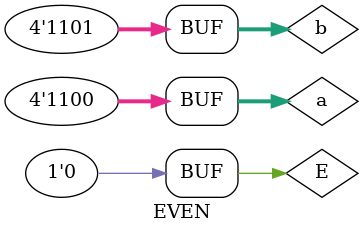
<source format=v>
`timescale 1ns / 1ps


module EVEN;

	// Inputs
	reg [3:0] a;
	reg [3:0] b;
	reg E;

	// Outputs
	wire ansA;
	wire ansB;

	// Instantiate the Unit Under Test (UUT)
	evenparity uut (
		.a(a), 
		.b(b), 
		.E(E), 
		.ansA(ansA), 
		.ansB(ansB)
	);

	initial begin
		// Initialize Inputs
		a = 12;
		b = 13;
		E = 00;

		// Wait 100 ns for global reset to finish
		#100;
        
		// Add stimulus here

	end
      
endmodule


</source>
